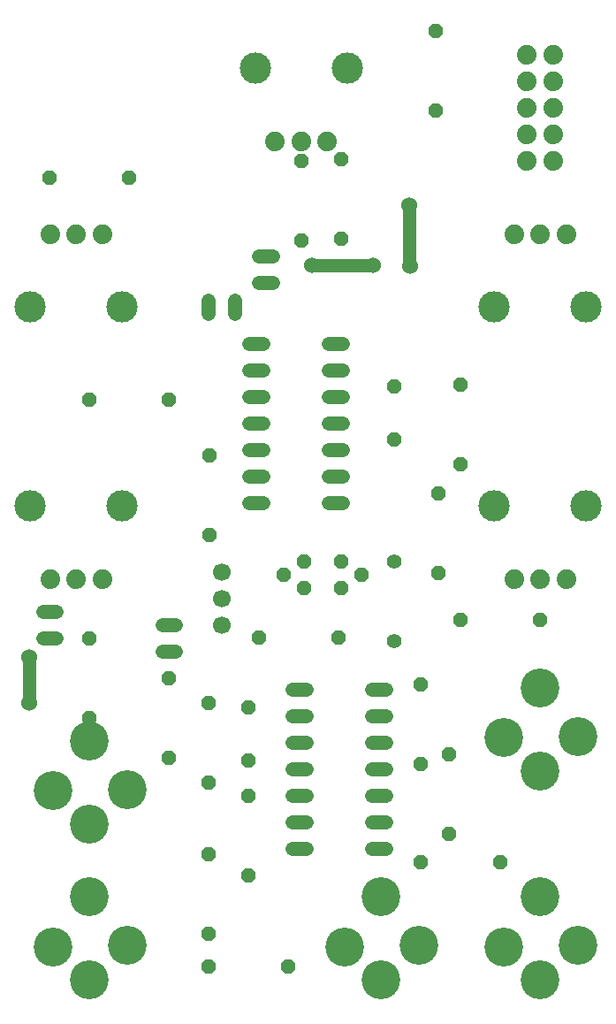
<source format=gbr>
G04 EAGLE Gerber RS-274X export*
G75*
%MOMM*%
%FSLAX34Y34*%
%LPD*%
%INTop Copper*%
%IPPOS*%
%AMOC8*
5,1,8,0,0,1.08239X$1,22.5*%
G01*
G04 Define Apertures*
%ADD10P,1.42962X8X292.5*%
%ADD11C,1.408000*%
%ADD12C,1.320800*%
%ADD13C,1.879600*%
%ADD14P,1.42962X8X112.5*%
%ADD15P,1.42962X8X22.5*%
%ADD16P,1.42962X8X202.5*%
%ADD17C,1.700000*%
%ADD18C,3.000000*%
%ADD19C,3.716000*%
%ADD20C,1.524000*%
%ADD21C,1.270000*%
D10*
X393700Y609600D03*
X393700Y558800D03*
X254000Y302332D03*
X254000Y251532D03*
D11*
X393700Y442214D03*
X393700Y366014D03*
D12*
X385566Y167132D02*
X372358Y167132D01*
X372358Y192532D02*
X385566Y192532D01*
X385566Y319532D02*
X372358Y319532D01*
X309366Y319532D02*
X296158Y319532D01*
X372358Y217932D02*
X385566Y217932D01*
X385566Y243332D02*
X372358Y243332D01*
X372358Y294132D02*
X385566Y294132D01*
X385566Y268732D02*
X372358Y268732D01*
X309366Y294132D02*
X296158Y294132D01*
X296158Y268732D02*
X309366Y268732D01*
X309366Y243332D02*
X296158Y243332D01*
X296158Y217932D02*
X309366Y217932D01*
X309366Y192532D02*
X296158Y192532D01*
X296158Y167132D02*
X309366Y167132D01*
X267964Y651002D02*
X254756Y651002D01*
X254756Y625602D02*
X267964Y625602D01*
X267964Y498602D02*
X254756Y498602D01*
X330956Y498602D02*
X344164Y498602D01*
X267964Y600202D02*
X254756Y600202D01*
X254756Y574802D02*
X267964Y574802D01*
X267964Y524002D02*
X254756Y524002D01*
X254756Y549402D02*
X267964Y549402D01*
X330956Y524002D02*
X344164Y524002D01*
X344164Y549402D02*
X330956Y549402D01*
X330956Y574802D02*
X344164Y574802D01*
X344164Y600202D02*
X330956Y600202D01*
X330956Y625602D02*
X344164Y625602D01*
X344164Y651002D02*
X330956Y651002D01*
D13*
X520700Y927100D03*
X546100Y927100D03*
X520700Y901700D03*
X546100Y901700D03*
X520700Y876300D03*
X546100Y876300D03*
X520700Y850900D03*
X546100Y850900D03*
X520700Y825500D03*
X546100Y825500D03*
D14*
X306832Y442468D03*
X287782Y429768D03*
X306832Y417068D03*
D10*
X342900Y416560D03*
X361950Y429260D03*
X342900Y441960D03*
D14*
X433070Y873760D03*
X433070Y949960D03*
X254000Y141732D03*
X254000Y217932D03*
D10*
X215900Y306832D03*
X215900Y230632D03*
X215972Y162049D03*
X215972Y85849D03*
D15*
X215900Y54610D03*
X292100Y54610D03*
D14*
X457200Y535432D03*
X457200Y611632D03*
X445768Y181866D03*
X445768Y258066D03*
D15*
X457200Y386018D03*
X533400Y386018D03*
D14*
X435356Y431546D03*
X435356Y507746D03*
D10*
X418592Y324358D03*
X418592Y248158D03*
D15*
X419100Y154432D03*
X495300Y154432D03*
D14*
X342900Y751332D03*
X342900Y827532D03*
D16*
X139700Y809498D03*
X63500Y809498D03*
D10*
X304800Y825500D03*
X304800Y749300D03*
D15*
X101600Y596900D03*
X177800Y596900D03*
D14*
X177800Y254000D03*
X177800Y330200D03*
X101600Y292100D03*
X101600Y368300D03*
X216154Y467620D03*
X216154Y543820D03*
D17*
X228600Y431800D03*
X228600Y406400D03*
X228600Y381000D03*
D15*
X263906Y369316D03*
X340106Y369316D03*
D13*
X279292Y844400D03*
X304292Y844400D03*
X329292Y844400D03*
D18*
X260292Y914400D03*
X348292Y914400D03*
D13*
X113900Y755800D03*
X88900Y755800D03*
X63900Y755800D03*
D18*
X132900Y685800D03*
X44900Y685800D03*
D13*
X63900Y425300D03*
X88900Y425300D03*
X113900Y425300D03*
D18*
X44900Y495300D03*
X132900Y495300D03*
D13*
X558400Y755800D03*
X533400Y755800D03*
X508400Y755800D03*
D18*
X577400Y685800D03*
X489400Y685800D03*
D13*
X508400Y425300D03*
X533400Y425300D03*
X558400Y425300D03*
D18*
X489400Y495300D03*
X577400Y495300D03*
D19*
X137600Y74440D03*
X101600Y41440D03*
X66600Y73440D03*
X101600Y121440D03*
X137600Y223600D03*
X101600Y190600D03*
X66600Y222600D03*
X101600Y270600D03*
X569400Y274400D03*
X533400Y241400D03*
X498400Y273400D03*
X533400Y321400D03*
X417000Y74440D03*
X381000Y41440D03*
X346000Y73440D03*
X381000Y121440D03*
X569400Y74440D03*
X533400Y41440D03*
X498400Y73440D03*
X533400Y121440D03*
D12*
X277368Y734060D02*
X264160Y734060D01*
X264160Y708660D02*
X277368Y708660D01*
X215900Y692404D02*
X215900Y679196D01*
X241300Y679196D02*
X241300Y692404D01*
X184404Y355600D02*
X171196Y355600D01*
X171196Y381000D02*
X184404Y381000D01*
X70104Y368300D02*
X56896Y368300D01*
X56896Y393700D02*
X70104Y393700D01*
D20*
X408178Y783844D03*
X408940Y725170D03*
X373126Y725678D03*
X314452Y725932D03*
D21*
X372872Y725932D01*
X373126Y725678D01*
X408178Y725932D02*
X408940Y725170D01*
X408178Y725932D02*
X408178Y783844D01*
D20*
X43942Y306578D03*
X43942Y351028D03*
D21*
X43942Y306578D01*
M02*

</source>
